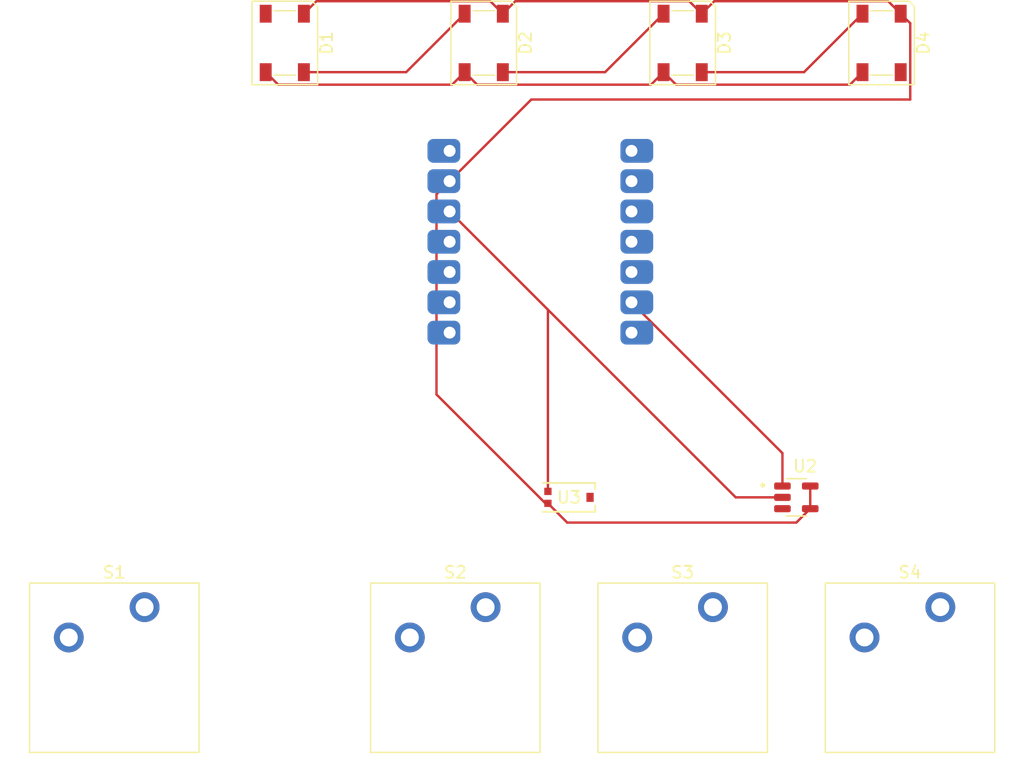
<source format=kicad_pcb>
(kicad_pcb (version 20240108) (generator "pcbnew") (generator_version "8.0")
  (layers (0 "F.Cu" signal) (31 "B.Cu" signal) (34 "B.Paste" user) (35 "F.Paste" user) (36 "B.SilkS" user "B.Silkscreen") (37 "F.SilkS" user "F.Silkscreen") (38 "B.Mask" user) (39 "F.Mask" user) (44 "Edge.Cuts" user))
  (net 0 "")
  (net 1 "GND")
  (net 2 "+3.3V")
  (net 3 "RGB")
  (net 5 "ROW 1")
  (net 6 "COL 1")
  (net 7 "COL 2")
  (net 8 "COL 3")
  (net 9 "COL 4")
  (net 10 "LIGHT OUT")
  (net 15 "TEMP OUT")
  (net 16 "Net-(D1-DOUT)")
  (net 17 "Net-(D2-DOUT)")
  (net 18 "Net-(D3-DOUT)")
  (footprint "footprints:SMT_6000X01_VIS" (layer "F.Cu") (at 114.3 100.0125)
    (property "Reference" "U3" (at 0 0 0) (layer "F.SilkS"))
    (property "Value" "TEMT6000X01")
    (fp_line (start -2.1971 1.2065) (end 2.1971 1.2065) (stroke (width 0.1524)) (layer "F.SilkS"))
    (fp_line (start 2.1971 -1.2065) (end -2.1971 -1.2065) (stroke (width 0.1524)) (layer "F.SilkS"))
    (fp_line (start 2.1971 -0.68855) (end 2.1971 -1.2065) (stroke (width 0.1524)) (layer "F.SilkS"))
    (fp_line (start 2.1971 1.2065) (end 2.1971 0.68855) (stroke (width 0.1524)) (layer "F.SilkS"))
    (pad "1" smd rect (at -1.7653 -0.499999) (size 0.6096 0.6096) (layers "F.Cu" "F.Paste" "F.Mask") (net 2 "+3.3V"))
    (pad "2" smd rect (at -1.7653 0.499999) (size 0.6096 0.6096) (layers "F.Cu" "F.Paste" "F.Mask") (net 1 "GND"))
    (pad "3" smd rect (at 1.7653 0) (size 0.6096 0.762) (layers "F.Cu" "F.Paste" "F.Mask") (net 10 "LIGHT OUT"))
  )
  (footprint "TMP36GRTZ_REEL7(1):SOT95P280X145-5N" (layer "F.Cu") (at 133.35 100.0125)
    (property "Reference" "U2" (at 0.73247 -2.615 0) (layer "F.SilkS"))
    (property "Value" "TMP36GRTZ-REEL7")
    (fp_line (start -0.85 -1.564) (end 0.85 -1.564) (stroke (width 0.127)) (layer "F.SilkS"))
    (fp_line (start 0.85 1.564) (end -0.85 1.564) (stroke (width 0.127)) (layer "F.SilkS"))
    (fp_circle (center -2.8134 -1.0094) (end -2.7134 -1.0094) (stroke (width 0.2)) (fill none) (layer "F.SilkS"))
    (pad "1" smd roundrect (at -1.165 -0.95) (size 1.39 0.6) (layers "F.Cu" "F.Paste" "F.Mask") (net 15 "TEMP OUT"))
    (pad "2" smd roundrect (at -1.165 0) (size 1.39 0.6) (layers "F.Cu" "F.Paste" "F.Mask") (net 2 "+3.3V"))
    (pad "3" smd roundrect (at -1.165 0.95) (size 1.39 0.6) (layers "F.Cu" "F.Paste" "F.Mask"))
    (pad "4" smd roundrect (at 1.165 0.95) (size 1.39 0.6) (layers "F.Cu" "F.Paste" "F.Mask") (net 1 "GND"))
    (pad "5" smd roundrect (at 1.165 -0.95) (size 1.39 0.6) (layers "F.Cu" "F.Paste" "F.Mask") (net 1 "GND"))
  )
  (footprint "LED_SMD:LED_SK6812_PLCC4_5.0x5.0mm_P3.2mm" (layer "F.Cu") (at 90.4875 61.9125 -90)
    (property "Reference" "D1" (at 0 -3.5 90) (layer "F.SilkS"))
    (property "Value" "SK6812")
    (fp_line (start 3.5 2.75) (end -3.5 2.75) (stroke (width 0.12)) (layer "F.SilkS"))
    (fp_line (start 3.5 2.75) (end 3.5 -2.75) (stroke (width 0.12)) (layer "F.SilkS"))
    (fp_line (start -2.7 -0.9) (end -2.7 0.9) (stroke (width 0.12)) (layer "F.SilkS"))
    (fp_line (start 2.7 -0.9) (end 2.7 0.9) (stroke (width 0.12)) (layer "F.SilkS"))
    (fp_line (start -3.5 -2.3) (end -3.5 2.75) (stroke (width 0.12)) (layer "F.SilkS"))
    (fp_line (start -3.05 -2.75) (end -3.5 -2.3) (stroke (width 0.12)) (layer "F.SilkS"))
    (fp_line (start 3.5 -2.75) (end -3.05 -2.75) (stroke (width 0.12)) (layer "F.SilkS"))
    (pad "1" smd rect (at -2.45 -1.6 90) (size 1.5 1) (layers "F.Cu" "F.Paste" "F.Mask") (net 1 "GND"))
    (pad "2" smd rect (at -2.45 1.6 90) (size 1.5 1) (layers "F.Cu" "F.Paste" "F.Mask") (net 3 "RGB"))
    (pad "3" smd rect (at 2.45 1.6 90) (size 1.5 1) (layers "F.Cu" "F.Paste" "F.Mask") (net 2 "+3.3V"))
    (pad "4" smd rect (at 2.45 -1.6 90) (size 1.5 1) (layers "F.Cu" "F.Paste" "F.Mask") (net 16 "Net-(D1-DOUT)"))
  )
  (footprint "ScottoKeebs_MX:MX_PCB_1.00u" (layer "F.Cu") (at 104.775 114.3)
    (property "Reference" "S2" (at 0 -8 0) (layer "F.SilkS"))
    (property "Value" "Keyswitch")
    (fp_line (start -7.1 -7.1) (end -7.1 7.1) (stroke (width 0.12)) (layer "F.SilkS"))
    (fp_line (start -7.1 7.1) (end 7.1 7.1) (stroke (width 0.12)) (layer "F.SilkS"))
    (fp_line (start 7.1 -7.1) (end -7.1 -7.1) (stroke (width 0.12)) (layer "F.SilkS"))
    (fp_line (start 7.1 7.1) (end 7.1 -7.1) (stroke (width 0.12)) (layer "F.SilkS"))
    (pad "" np_thru_hole circle (at -5.08 0) (size 1.75 1.75) (drill 1.75) (layers "*.Cu" "*.Mask"))
    (pad "" np_thru_hole circle (at 0 0) (size 4 4) (drill 4) (layers "*.Cu" "*.Mask"))
    (pad "" np_thru_hole circle (at 5.08 0) (size 1.75 1.75) (drill 1.75) (layers "*.Cu" "*.Mask"))
    (pad "1" thru_hole circle (at -3.81 -2.54) (size 2.5 2.5) (drill 1.5) (layers "*.Cu" "*.Mask") (net 7 "COL 2"))
    (pad "2" thru_hole circle (at 2.54 -5.08) (size 2.5 2.5) (drill 1.5) (layers "*.Cu" "*.Mask") (net 5 "ROW 1"))
  )
  (footprint "ScottoKeebs_MX:MX_PCB_1.00u" (layer "F.Cu") (at 142.875 114.3)
    (property "Reference" "S4" (at 0 -8 0) (layer "F.SilkS"))
    (property "Value" "Keyswitch")
    (fp_line (start -7.1 -7.1) (end -7.1 7.1) (stroke (width 0.12)) (layer "F.SilkS"))
    (fp_line (start -7.1 7.1) (end 7.1 7.1) (stroke (width 0.12)) (layer "F.SilkS"))
    (fp_line (start 7.1 -7.1) (end -7.1 -7.1) (stroke (width 0.12)) (layer "F.SilkS"))
    (fp_line (start 7.1 7.1) (end 7.1 -7.1) (stroke (width 0.12)) (layer "F.SilkS"))
    (pad "" np_thru_hole circle (at -5.08 0) (size 1.75 1.75) (drill 1.75) (layers "*.Cu" "*.Mask"))
    (pad "" np_thru_hole circle (at 0 0) (size 4 4) (drill 4) (layers "*.Cu" "*.Mask"))
    (pad "" np_thru_hole circle (at 5.08 0) (size 1.75 1.75) (drill 1.75) (layers "*.Cu" "*.Mask"))
    (pad "1" thru_hole circle (at -3.81 -2.54) (size 2.5 2.5) (drill 1.5) (layers "*.Cu" "*.Mask") (net 9 "COL 4"))
    (pad "2" thru_hole circle (at 2.54 -5.08) (size 2.5 2.5) (drill 1.5) (layers "*.Cu" "*.Mask") (net 5 "ROW 1"))
  )
  (footprint "ScottoKeebs_MX:MX_PCB_1.00u" (layer "F.Cu") (at 123.825 114.3)
    (property "Reference" "S3" (at 0 -8 0) (layer "F.SilkS"))
    (property "Value" "Keyswitch")
    (fp_line (start -7.1 -7.1) (end -7.1 7.1) (stroke (width 0.12)) (layer "F.SilkS"))
    (fp_line (start -7.1 7.1) (end 7.1 7.1) (stroke (width 0.12)) (layer "F.SilkS"))
    (fp_line (start 7.1 -7.1) (end -7.1 -7.1) (stroke (width 0.12)) (layer "F.SilkS"))
    (fp_line (start 7.1 7.1) (end 7.1 -7.1) (stroke (width 0.12)) (layer "F.SilkS"))
    (pad "" np_thru_hole circle (at -5.08 0) (size 1.75 1.75) (drill 1.75) (layers "*.Cu" "*.Mask"))
    (pad "" np_thru_hole circle (at 0 0) (size 4 4) (drill 4) (layers "*.Cu" "*.Mask"))
    (pad "" np_thru_hole circle (at 5.08 0) (size 1.75 1.75) (drill 1.75) (layers "*.Cu" "*.Mask"))
    (pad "1" thru_hole circle (at -3.81 -2.54) (size 2.5 2.5) (drill 1.5) (layers "*.Cu" "*.Mask") (net 8 "COL 3"))
    (pad "2" thru_hole circle (at 2.54 -5.08) (size 2.5 2.5) (drill 1.5) (layers "*.Cu" "*.Mask") (net 5 "ROW 1"))
  )
  (footprint "LED_SMD:LED_SK6812_PLCC4_5.0x5.0mm_P3.2mm" (layer "F.Cu") (at 107.15625 61.9125 -90)
    (property "Reference" "D2" (at 0 -3.5 90) (layer "F.SilkS"))
    (property "Value" "SK6812")
    (fp_line (start 3.5 2.75) (end -3.5 2.75) (stroke (width 0.12)) (layer "F.SilkS"))
    (fp_line (start 3.5 2.75) (end 3.5 -2.75) (stroke (width 0.12)) (layer "F.SilkS"))
    (fp_line (start -2.7 -0.9) (end -2.7 0.9) (stroke (width 0.12)) (layer "F.SilkS"))
    (fp_line (start 2.7 -0.9) (end 2.7 0.9) (stroke (width 0.12)) (layer "F.SilkS"))
    (fp_line (start -3.5 -2.3) (end -3.5 2.75) (stroke (width 0.12)) (layer "F.SilkS"))
    (fp_line (start -3.05 -2.75) (end -3.5 -2.3) (stroke (width 0.12)) (layer "F.SilkS"))
    (fp_line (start 3.5 -2.75) (end -3.05 -2.75) (stroke (width 0.12)) (layer "F.SilkS"))
    (pad "1" smd rect (at -2.45 -1.6 90) (size 1.5 1) (layers "F.Cu" "F.Paste" "F.Mask") (net 1 "GND"))
    (pad "2" smd rect (at -2.45 1.6 90) (size 1.5 1) (layers "F.Cu" "F.Paste" "F.Mask") (net 16 "Net-(D1-DOUT)"))
    (pad "3" smd rect (at 2.45 1.6 90) (size 1.5 1) (layers "F.Cu" "F.Paste" "F.Mask") (net 2 "+3.3V"))
    (pad "4" smd rect (at 2.45 -1.6 90) (size 1.5 1) (layers "F.Cu" "F.Paste" "F.Mask") (net 17 "Net-(D2-DOUT)"))
  )
  (footprint "LED_SMD:LED_SK6812_PLCC4_5.0x5.0mm_P3.2mm" (layer "F.Cu") (at 140.49375 61.9125 -90)
    (property "Reference" "D4" (at 0 -3.5 90) (layer "F.SilkS"))
    (property "Value" "SK6812")
    (fp_line (start 3.5 2.75) (end -3.5 2.75) (stroke (width 0.12)) (layer "F.SilkS"))
    (fp_line (start 3.5 2.75) (end 3.5 -2.75) (stroke (width 0.12)) (layer "F.SilkS"))
    (fp_line (start -2.7 -0.9) (end -2.7 0.9) (stroke (width 0.12)) (layer "F.SilkS"))
    (fp_line (start 2.7 -0.9) (end 2.7 0.9) (stroke (width 0.12)) (layer "F.SilkS"))
    (fp_line (start -3.5 -2.3) (end -3.5 2.75) (stroke (width 0.12)) (layer "F.SilkS"))
    (fp_line (start -3.05 -2.75) (end -3.5 -2.3) (stroke (width 0.12)) (layer "F.SilkS"))
    (fp_line (start 3.5 -2.75) (end -3.05 -2.75) (stroke (width 0.12)) (layer "F.SilkS"))
    (pad "1" smd rect (at -2.45 -1.6 90) (size 1.5 1) (layers "F.Cu" "F.Paste" "F.Mask") (net 1 "GND"))
    (pad "2" smd rect (at -2.45 1.6 90) (size 1.5 1) (layers "F.Cu" "F.Paste" "F.Mask") (net 18 "Net-(D3-DOUT)"))
    (pad "3" smd rect (at 2.45 1.6 90) (size 1.5 1) (layers "F.Cu" "F.Paste" "F.Mask") (net 2 "+3.3V"))
    (pad "4" smd rect (at 2.45 -1.6 90) (size 1.5 1) (layers "F.Cu" "F.Paste" "F.Mask"))
  )
  (footprint "LED_SMD:LED_SK6812_PLCC4_5.0x5.0mm_P3.2mm" (layer "F.Cu") (at 123.825 61.9125 -90)
    (property "Reference" "D3" (at 0 -3.5 90) (layer "F.SilkS"))
    (property "Value" "SK6812")
    (fp_line (start 3.5 2.75) (end -3.5 2.75) (stroke (width 0.12)) (layer "F.SilkS"))
    (fp_line (start 3.5 2.75) (end 3.5 -2.75) (stroke (width 0.12)) (layer "F.SilkS"))
    (fp_line (start -2.7 -0.9) (end -2.7 0.9) (stroke (width 0.12)) (layer "F.SilkS"))
    (fp_line (start 2.7 -0.9) (end 2.7 0.9) (stroke (width 0.12)) (layer "F.SilkS"))
    (fp_line (start -3.5 -2.3) (end -3.5 2.75) (stroke (width 0.12)) (layer "F.SilkS"))
    (fp_line (start -3.05 -2.75) (end -3.5 -2.3) (stroke (width 0.12)) (layer "F.SilkS"))
    (fp_line (start 3.5 -2.75) (end -3.05 -2.75) (stroke (width 0.12)) (layer "F.SilkS"))
    (pad "1" smd rect (at -2.45 -1.6 90) (size 1.5 1) (layers "F.Cu" "F.Paste" "F.Mask") (net 1 "GND"))
    (pad "2" smd rect (at -2.45 1.6 90) (size 1.5 1) (layers "F.Cu" "F.Paste" "F.Mask") (net 17 "Net-(D2-DOUT)"))
    (pad "3" smd rect (at 2.45 1.6 90) (size 1.5 1) (layers "F.Cu" "F.Paste" "F.Mask") (net 2 "+3.3V"))
    (pad "4" smd rect (at 2.45 -1.6 90) (size 1.5 1) (layers "F.Cu" "F.Paste" "F.Mask") (net 18 "Net-(D3-DOUT)"))
  )
  (footprint "ScottoKeebs_MX:MX_PCB_1.00u" (layer "F.Cu") (at 76.2 114.3)
    (property "Reference" "S1" (at 0 -8 0) (layer "F.SilkS"))
    (property "Value" "Keyswitch")
    (fp_line (start -7.1 -7.1) (end -7.1 7.1) (stroke (width 0.12)) (layer "F.SilkS"))
    (fp_line (start -7.1 7.1) (end 7.1 7.1) (stroke (width 0.12)) (layer "F.SilkS"))
    (fp_line (start 7.1 -7.1) (end -7.1 -7.1) (stroke (width 0.12)) (layer "F.SilkS"))
    (fp_line (start 7.1 7.1) (end 7.1 -7.1) (stroke (width 0.12)) (layer "F.SilkS"))
    (pad "" np_thru_hole circle (at -5.08 0) (size 1.75 1.75) (drill 1.75) (layers "*.Cu" "*.Mask"))
    (pad "" np_thru_hole circle (at 0 0) (size 4 4) (drill 4) (layers "*.Cu" "*.Mask"))
    (pad "" np_thru_hole circle (at 5.08 0) (size 1.75 1.75) (drill 1.75) (layers "*.Cu" "*.Mask"))
    (pad "1" thru_hole circle (at -3.81 -2.54) (size 2.5 2.5) (drill 1.5) (layers "*.Cu" "*.Mask") (net 6 "COL 1"))
    (pad "2" thru_hole circle (at 2.54 -5.08) (size 2.5 2.5) (drill 1.5) (layers "*.Cu" "*.Mask") (net 5 "ROW 1"))
  )
  (footprint "ScottoKeebs_MCU:Seeed_XIAO_RP2040" (layer "B.Cu") (at 111.91875 78.58125 180)
    (property "Reference" "U1" (hide yes))
    (property "Value" "XIAO-RP2040-DIP")
    (pad "1" smd roundrect (at -8.065 7.62 180) (size 2.75 2) (layers "B.Cu" "B.Paste" "B.Mask"))
    (pad "1" thru_hole rect (at -7.62 7.62 90) (size 1.6 1.6) (drill 1) (layers "*.Cu" "*.Mask"))
    (pad "2" smd roundrect (at -8.065 5.08 180) (size 2.75 2) (layers "B.Cu" "B.Paste" "B.Mask"))
    (pad "2" thru_hole circle (at -7.62 5.08 90) (size 1.6 1.6) (drill 1) (layers "*.Cu" "*.Mask"))
    (pad "3" smd roundrect (at -8.065 2.54 180) (size 2.75 2) (layers "B.Cu" "B.Paste" "B.Mask"))
    (pad "3" thru_hole circle (at -7.62 2.54 90) (size 1.6 1.6) (drill 1) (layers "*.Cu" "*.Mask"))
    (pad "4" smd roundrect (at -8.065 0 180) (size 2.75 2) (layers "B.Cu" "B.Paste" "B.Mask") (net 3 "RGB"))
    (pad "4" thru_hole circle (at -7.62 0 90) (size 1.6 1.6) (drill 1) (layers "*.Cu" "*.Mask") (net 3 "RGB"))
    (pad "5" smd roundrect (at -8.065 -2.54 180) (size 2.75 2) (layers "B.Cu" "B.Paste" "B.Mask") (net 10 "LIGHT OUT"))
    (pad "5" thru_hole circle (at -7.62 -2.54 90) (size 1.6 1.6) (drill 1) (layers "*.Cu" "*.Mask") (net 10 "LIGHT OUT"))
    (pad "6" smd roundrect (at -8.065 -5.08 180) (size 2.75 2) (layers "B.Cu" "B.Paste" "B.Mask") (net 15 "TEMP OUT"))
    (pad "6" thru_hole circle (at -7.62 -5.08 90) (size 1.6 1.6) (drill 1) (layers "*.Cu" "*.Mask") (net 15 "TEMP OUT"))
    (pad "7" smd roundrect (at -8.065 -7.62 180) (size 2.75 2) (layers "B.Cu" "B.Paste" "B.Mask") (net 5 "ROW 1"))
    (pad "7" thru_hole circle (at -7.62 -7.62 90) (size 1.6 1.6) (drill 1) (layers "*.Cu" "*.Mask") (net 5 "ROW 1"))
    (pad "8" thru_hole circle (at 7.62 -7.62 90) (size 1.6 1.6) (drill 1) (layers "*.Cu" "*.Mask") (net 6 "COL 1"))
    (pad "8" smd roundrect (at 8.1 -7.62 180) (size 2.75 2) (layers "B.Cu" "B.Paste" "B.Mask") (net 6 "COL 1"))
    (pad "9" thru_hole circle (at 7.62 -5.08 90) (size 1.6 1.6) (drill 1) (layers "*.Cu" "*.Mask") (net 7 "COL 2"))
    (pad "9" smd roundrect (at 8.1 -5.08 180) (size 2.75 2) (layers "B.Cu" "B.Paste" "B.Mask") (net 7 "COL 2"))
    (pad "10" thru_hole circle (at 7.62 -2.54 90) (size 1.6 1.6) (drill 1) (layers "*.Cu" "*.Mask") (net 8 "COL 3"))
    (pad "10" smd roundrect (at 8.1 -2.54 180) (size 2.75 2) (layers "B.Cu" "B.Paste" "B.Mask") (net 8 "COL 3"))
    (pad "11" thru_hole circle (at 7.62 0 90) (size 1.6 1.6) (drill 1) (layers "*.Cu" "*.Mask") (net 9 "COL 4"))
    (pad "11" smd roundrect (at 8.1 0 180) (size 2.75 2) (layers "B.Cu" "B.Paste" "B.Mask") (net 9 "COL 4"))
    (pad "12" thru_hole circle (at 7.62 2.54 90) (size 1.6 1.6) (drill 1) (layers "*.Cu" "*.Mask") (net 2 "+3.3V"))
    (pad "12" smd roundrect (at 8.1 2.54 180) (size 2.75 2) (layers "B.Cu" "B.Paste" "B.Mask") (net 2 "+3.3V"))
    (pad "13" thru_hole circle (at 7.62 5.08 90) (size 1.6 1.6) (drill 1) (layers "*.Cu" "*.Mask") (net 1 "GND"))
    (pad "13" smd roundrect (at 8.1 5.08 180) (size 2.75 2) (layers "B.Cu" "B.Paste" "B.Mask") (net 1 "GND"))
    (pad "14" thru_hole circle (at 7.62 7.62 90) (size 1.6 1.6) (drill 1) (layers "*.Cu" "*.Mask"))
    (pad "14" smd roundrect (at 8.1 7.62 180) (size 2.75 2) (layers "B.Cu" "B.Paste" "B.Mask"))
  )
  (segment (start 142.09375 59.4625) (end 142.89375 60.2625) (width 0.2) (layer "F.Cu") (net 1))
  (segment (start 109.80625 58.4125) (end 124.375 58.4125) (width 0.2) (layer "F.Cu") (net 1))
  (segment (start 112.325098 100.512499) (end 103.19875 91.386151) (width 0.2) (layer "F.Cu") (net 1))
  (segment (start 141.04375 58.4125) (end 142.09375 59.4625) (width 0.2) (layer "F.Cu") (net 1))
  (segment (start 103.19875 74.60125) (end 104.29875 73.50125) (width 0.2) (layer "F.Cu") (net 1))
  (segment (start 111.14375 66.65625) (end 104.29875 73.50125) (width 0.2) (layer "F.Cu") (net 1))
  (segment (start 133.35 102.1275) (end 114.149701 102.1275) (width 0.2) (layer "F.Cu") (net 1))
  (segment (start 142.89375 66.65625) (end 111.14375 66.65625) (width 0.2) (layer "F.Cu") (net 1))
  (segment (start 134.515 100.9625) (end 133.35 102.1275) (width 0.2) (layer "F.Cu") (net 1))
  (segment (start 134.515 99.0625) (end 134.515 100.9625) (width 0.2) (layer "F.Cu") (net 1))
  (segment (start 114.149701 102.1275) (end 112.5347 100.512499) (width 0.2) (layer "F.Cu") (net 1))
  (segment (start 108.75625 59.4625) (end 109.80625 58.4125) (width 0.2) (layer "F.Cu") (net 1))
  (segment (start 126.475 58.4125) (end 141.04375 58.4125) (width 0.2) (layer "F.Cu") (net 1))
  (segment (start 112.5347 100.512499) (end 112.325098 100.512499) (width 0.2) (layer "F.Cu") (net 1))
  (segment (start 107.70625 58.4125) (end 108.75625 59.4625) (width 0.2) (layer "F.Cu") (net 1))
  (segment (start 124.375 58.4125) (end 125.425 59.4625) (width 0.2) (layer "F.Cu") (net 1))
  (segment (start 103.19875 91.386151) (end 103.19875 74.60125) (width 0.2) (layer "F.Cu") (net 1))
  (segment (start 125.425 59.4625) (end 126.475 58.4125) (width 0.2) (layer "F.Cu") (net 1))
  (segment (start 92.0875 59.4625) (end 93.1375 58.4125) (width 0.2) (layer "F.Cu") (net 1))
  (segment (start 142.89375 60.2625) (end 142.89375 66.65625) (width 0.2) (layer "F.Cu") (net 1))
  (segment (start 93.1375 58.4125) (end 107.70625 58.4125) (width 0.2) (layer "F.Cu") (net 1))
  (segment (start 122.225 64.3625) (end 123.275 65.4125) (width 0.2) (layer "F.Cu") (net 2))
  (segment (start 128.27 100.0125) (end 132.185 100.0125) (width 0.2) (layer "F.Cu") (net 2))
  (segment (start 112.5347 84.2772) (end 128.27 100.0125) (width 0.2) (layer "F.Cu") (net 2))
  (segment (start 104.50625 65.4125) (end 105.55625 64.3625) (width 0.2) (layer "F.Cu") (net 2))
  (segment (start 89.9375 65.4125) (end 104.50625 65.4125) (width 0.2) (layer "F.Cu") (net 2))
  (segment (start 121.175 65.4125) (end 122.225 64.3625) (width 0.2) (layer "F.Cu") (net 2))
  (segment (start 112.5347 84.2772) (end 112.5347 99.512501) (width 0.2) (layer "F.Cu") (net 2))
  (segment (start 123.275 65.4125) (end 137.84375 65.4125) (width 0.2) (layer "F.Cu") (net 2))
  (segment (start 88.8875 64.3625) (end 89.9375 65.4125) (width 0.2) (layer "F.Cu") (net 2))
  (segment (start 106.60625 65.4125) (end 121.175 65.4125) (width 0.2) (layer "F.Cu") (net 2))
  (segment (start 105.55625 64.3625) (end 106.60625 65.4125) (width 0.2) (layer "F.Cu") (net 2))
  (segment (start 104.29875 76.04125) (end 112.5347 84.2772) (width 0.2) (layer "F.Cu") (net 2))
  (segment (start 137.84375 65.4125) (end 138.89375 64.3625) (width 0.2) (layer "F.Cu") (net 2))
  (segment (start 132.185 96.3075) (end 119.53875 83.66125) (width 0.2) (layer "F.Cu") (net 15))
  (segment (start 132.185 99.0625) (end 132.185 96.3075) (width 0.2) (layer "F.Cu") (net 15))
  (segment (start 100.65625 64.3625) (end 105.55625 59.4625) (width 0.2) (layer "F.Cu") (net 16))
  (segment (start 92.0875 64.3625) (end 100.65625 64.3625) (width 0.2) (layer "F.Cu") (net 16))
  (segment (start 108.75625 64.3625) (end 117.325 64.3625) (width 0.2) (layer "F.Cu") (net 17))
  (segment (start 117.325 64.3625) (end 122.225 59.4625) (width 0.2) (layer "F.Cu") (net 17))
  (segment (start 125.425 64.3625) (end 133.99375 64.3625) (width 0.2) (layer "F.Cu") (net 18))
  (segment (start 133.99375 64.3625) (end 138.89375 59.4625) (width 0.2) (layer "F.Cu") (net 18))
)
</source>
